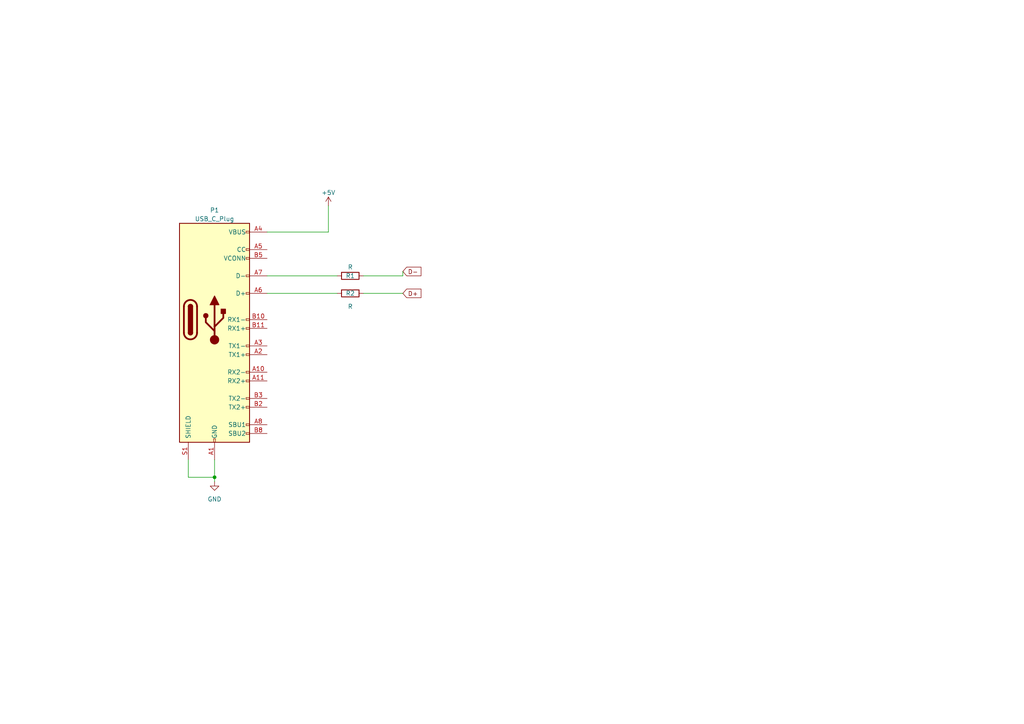
<source format=kicad_sch>
(kicad_sch (version 20230121) (generator eeschema)
  (paper "A4")
  (lib_symbols
    (symbol "Connector:USB_C_Plug" (pin_names (offset 1.016))
      (property "Reference" "P" (at -10.16 29.21 0))
      (property "Value" "USB_C_Plug" (at 10.16 29.21 0))
      (symbol "USB_C_Plug_0_0"
        (rectangle (start -0.254 -35.56) (end 0.254 -34.544))
        (rectangle (start 10.16 -32.766) (end 9.144 -33.274))
        (rectangle (start 10.16 -30.226) (end 9.144 -30.734))
        (rectangle (start 10.16 -25.146) (end 9.144 -25.654))
        (rectangle (start 10.16 -22.606) (end 9.144 -23.114))
        (rectangle (start 10.16 -17.526) (end 9.144 -18.034))
        (rectangle (start 10.16 -14.986) (end 9.144 -15.494))
        (rectangle (start 10.16 -9.906) (end 9.144 -10.414))
        (rectangle (start 10.16 -7.366) (end 9.144 -7.874))
        (rectangle (start 10.16 -2.286) (end 9.144 -2.794))
        (rectangle (start 10.16 0.254) (end 9.144 -0.254))
        (rectangle (start 10.16 7.874) (end 9.144 7.366))
        (rectangle (start 10.16 12.954) (end 9.144 12.446))
        (rectangle (start 10.16 18.034) (end 9.144 17.526))
        (rectangle (start 10.16 20.574) (end 9.144 20.066))
        (rectangle (start 10.16 25.654) (end 9.144 25.146))
      )
      (symbol "USB_C_Plug_0_1"
        (rectangle (start -10.16 27.94) (end 10.16 -35.56) (stroke (width 0.254)) (fill (type background)))
        (arc (start -8.89 -3.81) (mid -6.985 -5.7067) (end -5.08 -3.81) (stroke (width 0.508)))
        (arc (start -7.62 -3.81) (mid -6.985 -4.4423) (end -6.35 -3.81) (stroke (width 0.254)))
        (arc (start -7.62 -3.81) (mid -6.985 -4.4423) (end -6.35 -3.81) (stroke (width 0.254)) (fill (type outline)))
        (rectangle (start -7.62 -3.81) (end -6.35 3.81) (stroke (width 0.254)) (fill (type outline)))
        (arc (start -6.35 3.81) (mid -6.985 4.4423) (end -7.62 3.81) (stroke (width 0.254)))
        (arc (start -6.35 3.81) (mid -6.985 4.4423) (end -7.62 3.81) (stroke (width 0.254)) (fill (type outline)))
        (arc (start -5.08 3.81) (mid -6.985 5.7067) (end -8.89 3.81) (stroke (width 0.508)))
        (polyline (pts (xy -8.89 -3.81) (xy -8.89 3.81)) (stroke (width 0.508)))
        (polyline (pts (xy -5.08 3.81) (xy -5.08 -3.81)) (stroke (width 0.508)))
      )
      (symbol "USB_C_Plug_1_1"
        (circle (center -2.54 1.143) (radius 0.635) (stroke (width 0.254)) (fill (type outline)))
        (circle (center 0 -5.842) (radius 1.27) (fill (type outline)))
        (polyline (pts (xy 0 -5.842) (xy 0 4.318)) (stroke (width 0.508)))
        (polyline (pts (xy 0 -3.302) (xy -2.54 -0.762) (xy -2.54 0.508)) (stroke (width 0.508)))
        (polyline (pts (xy 0 -2.032) (xy 2.54 0.508) (xy 2.54 1.778)) (stroke (width 0.508)))
        (polyline (pts (xy -1.27 4.318) (xy 0 6.858) (xy 1.27 4.318) (xy -1.27 4.318)) (stroke (width 0.254)) (fill (type outline)))
        (rectangle (start 1.905 1.778) (end 3.175 3.048) (stroke (width 0.254)) (fill (type outline)))
        (pin passive line (at 0 -40.64 90) (length 5.08) (name "GND") (number "A1"))
        (pin bidirectional line (at 15.24 -15.24 180) (length 5.08) (name "RX2-") (number "A10"))
        (pin bidirectional line (at 15.24 -17.78 180) (length 5.08) (name "RX2+") (number "A11"))
        (pin passive line (at 0 -40.64 90) (length 5.08) hide (name "GND") (number "A12"))
        (pin bidirectional line (at 15.24 -10.16 180) (length 5.08) (name "TX1+") (number "A2"))
        (pin bidirectional line (at 15.24 -7.62 180) (length 5.08) (name "TX1-") (number "A3"))
        (pin passive line (at 15.24 25.4 180) (length 5.08) (name "VBUS") (number "A4"))
        (pin bidirectional line (at 15.24 20.32 180) (length 5.08) (name "CC") (number "A5"))
        (pin bidirectional line (at 15.24 7.62 180) (length 5.08) (name "D+") (number "A6"))
        (pin bidirectional line (at 15.24 12.7 180) (length 5.08) (name "D-") (number "A7"))
        (pin bidirectional line (at 15.24 -30.48 180) (length 5.08) (name "SBU1") (number "A8"))
        (pin passive line (at 15.24 25.4 180) (length 5.08) hide (name "VBUS") (number "A9"))
        (pin passive line (at 0 -40.64 90) (length 5.08) hide (name "GND") (number "B1"))
        (pin bidirectional line (at 15.24 0 180) (length 5.08) (name "RX1-") (number "B10"))
        (pin bidirectional line (at 15.24 -2.54 180) (length 5.08) (name "RX1+") (number "B11"))
        (pin passive line (at 0 -40.64 90) (length 5.08) hide (name "GND") (number "B12"))
        (pin bidirectional line (at 15.24 -25.4 180) (length 5.08) (name "TX2+") (number "B2"))
        (pin bidirectional line (at 15.24 -22.86 180) (length 5.08) (name "TX2-") (number "B3"))
        (pin passive line (at 15.24 25.4 180) (length 5.08) hide (name "VBUS") (number "B4"))
        (pin bidirectional line (at 15.24 17.78 180) (length 5.08) (name "VCONN") (number "B5"))
        (pin bidirectional line (at 15.24 -33.02 180) (length 5.08) (name "SBU2") (number "B8"))
        (pin passive line (at 15.24 25.4 180) (length 5.08) hide (name "VBUS") (number "B9"))
        (pin passive line (at -7.62 -40.64 90) (length 5.08) (name "SHIELD") (number "S1"))
      )
    )
    (symbol "Device:R" (pin_numbers hide) (pin_names (offset 0))
      (property "Reference" "R" (at 2.032 0 90))
      (property "Value" "R" (at 0 0 90))
      (symbol "R_0_1"
        (rectangle (start -1.016 -2.54) (end 1.016 2.54) (stroke (width 0.254)))
      )
      (symbol "R_1_1"
        (pin passive line (at 0 3.81 270) (length 1.27) (name "~") (number "1"))
        (pin passive line (at 0 -3.81 90) (length 1.27) (name "~") (number "2"))
      )
    )
    (symbol "power:+5V" (power) (pin_names (offset 0))
      (property "Value" "+5V" (at 0 3.556 0))
      (symbol "+5V_0_1"
        (polyline (pts (xy -0.762 1.27) (xy 0 2.54)))
        (polyline (pts (xy 0 0) (xy 0 2.54)))
        (polyline (pts (xy 0 2.54) (xy 0.762 1.27)))
      )
      (symbol "+5V_1_1"
        (pin power_in line (at 0 0 90) (length 0) hide (name "+5V") (number "1"))
      )
    )
    (symbol "power:GND" (power) (pin_names (offset 0))
      (property "Value" "GND" (at 0 -3.81 0))
      (symbol "GND_0_1"
        (polyline (pts (xy 0 0) (xy 0 -1.27) (xy 1.27 -1.27) (xy 0 -2.54) (xy -1.27 -1.27) (xy 0 -1.27)))
      )
      (symbol "GND_1_1"
        (pin power_in line (at 0 0 270) (length 0) hide (name "GND") (number "1"))
      )
    )
  )
  (junction (at 62.23 138.43))
  (wire (pts (xy 116.84 78.74) (xy 116.84 80.01)))
  (wire (pts (xy 77.47 80.01) (xy 97.79 80.01)))
  (wire (pts (xy 105.41 85.09) (xy 116.84 85.09)))
  (wire (pts (xy 54.61 133.35) (xy 54.61 138.43)))
  (wire (pts (xy 62.23 133.35) (xy 62.23 138.43)))
  (wire (pts (xy 62.23 138.43) (xy 62.23 139.7)))
  (wire (pts (xy 54.61 138.43) (xy 62.23 138.43)))
  (wire (pts (xy 95.25 59.69) (xy 95.25 67.31)))
  (wire (pts (xy 77.47 85.09) (xy 97.79 85.09)))
  (wire (pts (xy 77.47 67.31) (xy 95.25 67.31)))
  (wire (pts (xy 105.41 80.01) (xy 116.84 80.01)))
  (global_label "D-" (shape input) (at 116.84 78.74 0) (property "Intersheetrefs" "${INTERSHEET_REFS}" (effects hide)))
  (global_label "D+" (shape input) (at 116.84 85.09 0) (property "Intersheetrefs" "${INTERSHEET_REFS}" (effects hide)))
  (symbol (lib_id "Device:R") (at 101.6 85.09 90) (unit 1)
    (property "Reference" "R2" (at 101.6 85.09 90))
    (property "Value" "R" (at 101.6 88.9 90))
    (property "Footprint" "Resistor_SMD:R_0805_2012Metric" (effects hide))
  )
  (symbol (lib_id "Device:R") (at 101.6 80.01 90) (unit 1)
    (property "Reference" "R1" (at 101.6 80.01 90))
    (property "Value" "R" (at 101.6 77.47 90))
    (property "Footprint" "Resistor_SMD:R_0805_2012Metric" (effects hide))
  )
  (symbol (lib_id "power:+5V") (at 95.25 59.69 0) (unit 1)
    (property "Reference" "#PWR02" (effects hide))
    (property "Value" "+5V" (at 95.25 55.88 0))
  )
  (symbol (lib_id "Connector:USB_C_Plug") (at 62.23 92.71 0) (unit 1)
    (property "Reference" "P1" (at 62.23 60.96 0))
    (property "Value" "USB_C_Plug" (at 62.23 63.5 0))
    (property "Footprint" "Connector_USB:USB_C_Receptacle_XKB_U262-16XN-4BVC11" (effects hide))
    (property "Datasheet" "https://www.usb.org/sites/default/files/documents/usb_type-c.zip" (effects hide))
  )
  (symbol (lib_id "power:GND") (at 62.23 139.7 0) (unit 1)
    (property "Reference" "#PWR01" (effects hide))
    (property "Value" "GND" (at 62.23 144.78 0))
  )
)
</source>
